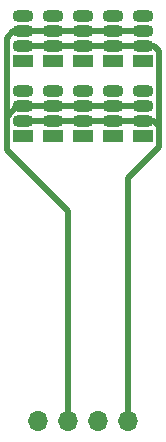
<source format=gbr>
G04 #@! TF.GenerationSoftware,KiCad,Pcbnew,5.1.5-52549c5~84~ubuntu18.04.1*
G04 #@! TF.CreationDate,2020-02-11T17:12:05+00:00*
G04 #@! TF.ProjectId,leds,6c656473-2e6b-4696-9361-645f70636258,rev?*
G04 #@! TF.SameCoordinates,Original*
G04 #@! TF.FileFunction,Copper,L2,Bot*
G04 #@! TF.FilePolarity,Positive*
%FSLAX46Y46*%
G04 Gerber Fmt 4.6, Leading zero omitted, Abs format (unit mm)*
G04 Created by KiCad (PCBNEW 5.1.5-52549c5~84~ubuntu18.04.1) date 2020-02-11 17:12:05*
%MOMM*%
%LPD*%
G04 APERTURE LIST*
%ADD10O,1.700000X1.700000*%
%ADD11O,1.800000X1.070000*%
%ADD12R,1.800000X1.070000*%
%ADD13C,0.500000*%
G04 APERTURE END LIST*
D10*
X115570000Y-99060000D03*
X118110000Y-99060000D03*
X120650000Y-99060000D03*
X123190000Y-99060000D03*
D11*
X114300000Y-67310000D03*
X114300000Y-64770000D03*
X114300000Y-66040000D03*
D12*
X114300000Y-68580000D03*
X114300000Y-74930000D03*
D11*
X114300000Y-72390000D03*
X114300000Y-71120000D03*
X114300000Y-73660000D03*
D12*
X116840000Y-68580000D03*
D11*
X116840000Y-66040000D03*
X116840000Y-64770000D03*
X116840000Y-67310000D03*
X116840000Y-73660000D03*
X116840000Y-71120000D03*
X116840000Y-72390000D03*
D12*
X116840000Y-74930000D03*
D11*
X119380000Y-67310000D03*
X119380000Y-64770000D03*
X119380000Y-66040000D03*
D12*
X119380000Y-68580000D03*
X119380000Y-74930000D03*
D11*
X119380000Y-72390000D03*
X119380000Y-71120000D03*
X119380000Y-73660000D03*
D12*
X121920000Y-68580000D03*
D11*
X121920000Y-66040000D03*
X121920000Y-64770000D03*
X121920000Y-67310000D03*
X121920000Y-73660000D03*
X121920000Y-71120000D03*
X121920000Y-72390000D03*
D12*
X121920000Y-74930000D03*
D11*
X124460000Y-67310000D03*
X124460000Y-64770000D03*
X124460000Y-66040000D03*
D12*
X124460000Y-68580000D03*
X124460000Y-74930000D03*
D11*
X124460000Y-72390000D03*
X124460000Y-71120000D03*
X124460000Y-73660000D03*
D13*
X124460000Y-73660000D02*
X114300000Y-73660000D01*
X124460000Y-67310000D02*
X114300000Y-67310000D01*
X123190000Y-99060000D02*
X123190000Y-78445002D01*
X125810001Y-75825001D02*
X123190000Y-78445002D01*
X125810001Y-74034999D02*
X125810001Y-75825001D01*
X125435002Y-73660000D02*
X125810001Y-74034999D01*
X124460000Y-73660000D02*
X125435002Y-73660000D01*
X125810001Y-67684999D02*
X125810001Y-74034999D01*
X124460000Y-67310000D02*
X125435002Y-67310000D01*
X125435002Y-67310000D02*
X125810001Y-67684999D01*
X113811986Y-72390000D02*
X112949999Y-73251987D01*
X116840000Y-72390000D02*
X113811986Y-72390000D01*
X114300000Y-72390000D02*
X124460000Y-72390000D01*
X113811986Y-66040000D02*
X114300000Y-66040000D01*
X114300000Y-72390000D02*
X113811986Y-72390000D01*
X114300000Y-66040000D02*
X124460000Y-66040000D01*
X112949999Y-66590367D02*
X112949999Y-73251987D01*
X113500366Y-66040000D02*
X112949999Y-66590367D01*
X114300000Y-66040000D02*
X113500366Y-66040000D01*
X118110000Y-99060000D02*
X118110000Y-81280000D01*
X112949990Y-73251996D02*
X112949999Y-73251987D01*
X112949990Y-76119990D02*
X112949990Y-73251996D01*
X118110000Y-81280000D02*
X112949990Y-76119990D01*
M02*

</source>
